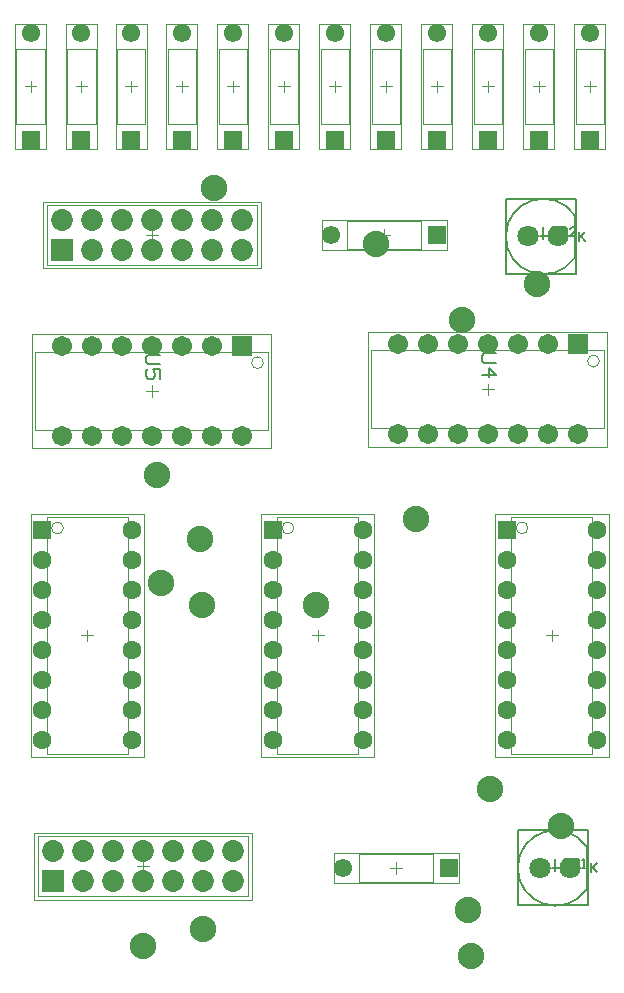
<source format=gts>
G04*
G04 #@! TF.GenerationSoftware,Altium Limited,Altium Designer,22.9.1 (49)*
G04*
G04 Layer_Color=8388736*
%FSLAX44Y44*%
%MOMM*%
G71*
G04*
G04 #@! TF.SameCoordinates,78882AB9-2C9C-495A-B56B-01B9E16356B5*
G04*
G04*
G04 #@! TF.FilePolarity,Negative*
G04*
G01*
G75*
%ADD12C,0.2000*%
%ADD14C,0.1524*%
%ADD15C,0.1500*%
%ADD16C,0.1000*%
%ADD17C,0.0500*%
%ADD18R,1.5532X1.5532*%
%ADD19C,1.5532*%
%ADD20C,1.6032*%
%ADD21R,1.6032X1.6032*%
%ADD22C,1.7032*%
%ADD23R,1.7032X1.7032*%
%ADD24C,1.8032*%
%ADD25R,1.5532X1.5532*%
%ADD26C,1.8532*%
%ADD27R,1.8532X1.8532*%
%ADD28C,2.2352*%
D12*
X720090Y518160D02*
X779780D01*
Y454660D02*
Y518160D01*
X720090Y454660D02*
X779780D01*
X720090D02*
Y518160D01*
X709930Y1052830D02*
X769620D01*
Y989330D02*
Y1052830D01*
X709930Y989330D02*
X769620D01*
X709930D02*
Y1052830D01*
X778510Y504190D02*
G03*
X778005Y467950I-26526J-17754D01*
G01*
X768350Y1038860D02*
G03*
X767845Y1002620I-26526J-17754D01*
G01*
X778510Y468630D02*
Y504190D01*
X749300Y486410D02*
X754380D01*
X751840Y483870D02*
Y488950D01*
X768350Y1003300D02*
Y1038860D01*
X739140Y1021080D02*
X744220D01*
X741680Y1018540D02*
Y1023620D01*
D14*
X751840Y494027D02*
Y486410D01*
X756918D01*
X764536Y494027D02*
X759457D01*
Y486410D01*
X764536D01*
X759457Y490219D02*
X761997D01*
X767075Y494027D02*
Y486410D01*
X770884D01*
X772153Y487680D01*
Y492758D01*
X770884Y494027D01*
X767075D01*
X774693Y486410D02*
X777232D01*
X775962D01*
Y494027D01*
X774693Y492758D01*
X782320Y490218D02*
Y482600D01*
Y485139D01*
X787398Y490218D01*
X783590Y486409D01*
X787398Y482600D01*
X741680Y1028698D02*
Y1021080D01*
X746758D01*
X754376Y1028698D02*
X749297D01*
Y1021080D01*
X754376D01*
X749297Y1024889D02*
X751837D01*
X756915Y1028698D02*
Y1021080D01*
X760724D01*
X761993Y1022350D01*
Y1027428D01*
X760724Y1028698D01*
X756915D01*
X769611Y1021080D02*
X764533D01*
X769611Y1026158D01*
Y1027428D01*
X768341Y1028698D01*
X765802D01*
X764533Y1027428D01*
X772160Y1024887D02*
Y1017270D01*
Y1019809D01*
X777238Y1024887D01*
X773430Y1021079D01*
X777238Y1017270D01*
D15*
X701606Y922020D02*
X691609D01*
X689610Y920021D01*
Y916022D01*
X691609Y914023D01*
X701606D01*
X689610Y904026D02*
X701606D01*
X695608Y910024D01*
Y902027D01*
X417126Y920750D02*
X407129D01*
X405130Y918751D01*
Y914752D01*
X407129Y912753D01*
X417126D01*
Y900757D02*
Y908754D01*
X411128D01*
X413127Y904755D01*
Y902756D01*
X411128Y900757D01*
X407129D01*
X405130Y902756D01*
Y906755D01*
X407129Y908754D01*
D16*
X335350Y774260D02*
G03*
X335350Y774260I-5000J0D01*
G01*
X789190Y915540D02*
G03*
X789190Y915540I-5000J0D01*
G01*
X530473Y774260D02*
G03*
X530473Y774260I-5000J0D01*
G01*
X728710D02*
G03*
X728710Y774260I-5000J0D01*
G01*
X504710Y914270D02*
G03*
X504710Y914270I-5000J0D01*
G01*
X769050Y1116580D02*
X793050D01*
X769050D02*
Y1179580D01*
X793050Y1116580D02*
Y1179580D01*
X769050D02*
X793050D01*
X725870Y1116580D02*
X749870D01*
X725870D02*
Y1179580D01*
X749870Y1116580D02*
Y1179580D01*
X725870D02*
X749870D01*
X682690Y1116580D02*
X706690D01*
X682690D02*
Y1179580D01*
X706690Y1116580D02*
Y1179580D01*
X682690D02*
X706690D01*
X639510Y1116580D02*
X663510D01*
X639510D02*
Y1179580D01*
X663510Y1116580D02*
Y1179580D01*
X639510D02*
X663510D01*
X596330Y1116580D02*
X620330D01*
X596330D02*
Y1179580D01*
X620330Y1116580D02*
Y1179580D01*
X596330D02*
X620330D01*
X553150Y1116580D02*
X577150D01*
X553150D02*
Y1179580D01*
X577150Y1116580D02*
Y1179580D01*
X553150D02*
X577150D01*
X509970Y1116580D02*
X533970D01*
X509970D02*
Y1179580D01*
X533970Y1116580D02*
Y1179580D01*
X509970D02*
X533970D01*
X466790Y1116580D02*
X490790D01*
X466790D02*
Y1179580D01*
X490790Y1116580D02*
Y1179580D01*
X466790D02*
X490790D01*
X423610Y1116580D02*
X447610D01*
X423610D02*
Y1179580D01*
X447610Y1116580D02*
Y1179580D01*
X423610D02*
X447610D01*
X380834Y1116580D02*
X404834D01*
X380834D02*
Y1179580D01*
X404834Y1116580D02*
Y1179580D01*
X380834D02*
X404834D01*
X338708Y1116580D02*
X362708D01*
X338708D02*
Y1179580D01*
X362708Y1116580D02*
Y1179580D01*
X338708D02*
X362708D01*
X295545Y1116580D02*
X319545D01*
X295545D02*
Y1179580D01*
X319545Y1116580D02*
Y1179580D01*
X295545D02*
X319545D01*
X321350Y583260D02*
X389850D01*
X321350Y783260D02*
X389850D01*
Y583260D02*
Y783260D01*
X321350Y583260D02*
Y783260D01*
X596190Y858540D02*
Y924540D01*
X793190Y858540D02*
Y924540D01*
X596190Y858540D02*
X793190D01*
X596190Y924540D02*
X793190D01*
X648720Y474410D02*
Y498410D01*
X585720Y474410D02*
X648720D01*
X585720Y498410D02*
X648720D01*
X585720Y474410D02*
Y498410D01*
X638560Y1010350D02*
Y1034350D01*
X575560Y1010350D02*
X638560D01*
X575560Y1034350D02*
X638560D01*
X575560Y1010350D02*
Y1034350D01*
X516473Y583260D02*
X584973D01*
X516473Y783260D02*
X584973D01*
Y583260D02*
Y783260D01*
X516473Y583260D02*
Y783260D01*
X321310Y1047750D02*
X499110D01*
Y996950D02*
Y1047750D01*
X321310Y996950D02*
X499110D01*
X321310D02*
Y1047750D01*
X714710Y583260D02*
X783210D01*
X714710Y783260D02*
X783210D01*
Y583260D02*
Y783260D01*
X714710Y583260D02*
Y783260D01*
X311710Y857270D02*
Y923270D01*
X508710Y857270D02*
Y923270D01*
X311710Y857270D02*
X508710D01*
X311710Y923270D02*
X508710D01*
X313690Y513080D02*
X491490D01*
Y462280D02*
Y513080D01*
X313690Y462280D02*
X491490D01*
X313690D02*
Y513080D01*
X776050Y1148080D02*
X786050D01*
X781050Y1143080D02*
Y1153080D01*
X732870Y1148080D02*
X742870D01*
X737870Y1143080D02*
Y1153080D01*
X689690Y1148080D02*
X699690D01*
X694690Y1143080D02*
Y1153080D01*
X646510Y1148080D02*
X656510D01*
X651510Y1143080D02*
Y1153080D01*
X603330Y1148080D02*
X613330D01*
X608330Y1143080D02*
Y1153080D01*
X560150Y1148080D02*
X570150D01*
X565150Y1143080D02*
Y1153080D01*
X516970Y1148080D02*
X526970D01*
X521970Y1143080D02*
Y1153080D01*
X473790Y1148080D02*
X483790D01*
X478790Y1143080D02*
Y1153080D01*
X430610Y1148080D02*
X440610D01*
X435610Y1143080D02*
Y1153080D01*
X387835Y1148080D02*
X397835D01*
X392834Y1143080D02*
Y1153080D01*
X345708Y1148080D02*
X355708D01*
X350708Y1143080D02*
Y1153080D01*
X302546Y1148080D02*
X312546D01*
X307545Y1143080D02*
Y1153080D01*
X355600Y678260D02*
Y688260D01*
X350600Y683260D02*
X360600D01*
X689690Y891540D02*
X699690D01*
X694690Y886540D02*
Y896540D01*
X617220Y481410D02*
Y491410D01*
X612220Y486410D02*
X622220D01*
X607060Y1017350D02*
Y1027350D01*
X602060Y1022350D02*
X612060D01*
X550723Y678260D02*
Y688260D01*
X545723Y683260D02*
X555723D01*
X748960Y678260D02*
Y688260D01*
X743960Y683260D02*
X753960D01*
X405210Y890270D02*
X415210D01*
X410210Y885270D02*
Y895270D01*
D17*
X768050Y1200830D02*
X794050D01*
X768050Y1095330D02*
Y1200830D01*
X794050Y1095330D02*
Y1200830D01*
X768050Y1095330D02*
X794050D01*
X724870Y1200830D02*
X750870D01*
X724870Y1095330D02*
Y1200830D01*
X750870Y1095330D02*
Y1200830D01*
X724870Y1095330D02*
X750870D01*
X681690Y1200830D02*
X707690D01*
X681690Y1095330D02*
Y1200830D01*
X707690Y1095330D02*
Y1200830D01*
X681690Y1095330D02*
X707690D01*
X638510Y1200830D02*
X664510D01*
X638510Y1095330D02*
Y1200830D01*
X664510Y1095330D02*
Y1200830D01*
X638510Y1095330D02*
X664510D01*
X595330Y1200830D02*
X621330D01*
X595330Y1095330D02*
Y1200830D01*
X621330Y1095330D02*
Y1200830D01*
X595330Y1095330D02*
X621330D01*
X552150Y1200830D02*
X578150D01*
X552150Y1095330D02*
Y1200830D01*
X578150Y1095330D02*
Y1200830D01*
X552150Y1095330D02*
X578150D01*
X508970Y1200830D02*
X534970D01*
X508970Y1095330D02*
Y1200830D01*
X534970Y1095330D02*
Y1200830D01*
X508970Y1095330D02*
X534970D01*
X465790Y1200830D02*
X491790D01*
X465790Y1095330D02*
Y1200830D01*
X491790Y1095330D02*
Y1200830D01*
X465790Y1095330D02*
X491790D01*
X422610Y1200830D02*
X448610D01*
X422610Y1095330D02*
Y1200830D01*
X448610Y1095330D02*
Y1200830D01*
X422610Y1095330D02*
X448610D01*
X379835Y1200830D02*
X405835D01*
X379835Y1095330D02*
Y1200830D01*
X405835Y1095330D02*
Y1200830D01*
X379835Y1095330D02*
X405835D01*
X337708Y1200830D02*
X363708D01*
X337708Y1095330D02*
Y1200830D01*
X363708Y1095330D02*
Y1200830D01*
X337708Y1095330D02*
X363708D01*
X294545Y1200830D02*
X320546D01*
X294545Y1095330D02*
Y1200830D01*
X320546Y1095330D02*
Y1200830D01*
X294545Y1095330D02*
X320546D01*
X307600Y580760D02*
X403600D01*
X307600Y785760D02*
X403600D01*
Y580760D02*
Y785760D01*
X307600Y580760D02*
Y785760D01*
X593690Y843040D02*
Y940040D01*
X795690Y843040D02*
Y940040D01*
X593690Y843040D02*
X795690D01*
X593690Y940040D02*
X795690D01*
X564470Y473410D02*
Y499410D01*
Y473410D02*
X669970D01*
X564470Y499410D02*
X669970D01*
Y473410D02*
Y499410D01*
X554310Y1009350D02*
Y1035350D01*
Y1009350D02*
X659810D01*
X554310Y1035350D02*
X659810D01*
Y1009350D02*
Y1035350D01*
X502723Y580760D02*
X598723D01*
X502723Y785760D02*
X598723D01*
Y580760D02*
Y785760D01*
X502723Y580760D02*
Y785760D01*
X317810Y994200D02*
Y1050500D01*
Y994200D02*
X502610D01*
Y1050500D01*
X317810D02*
X502610D01*
X410210Y1017350D02*
Y1027350D01*
X405210Y1022350D02*
X415210D01*
X700960Y580760D02*
X796960D01*
X700960Y785760D02*
X796960D01*
Y580760D02*
Y785760D01*
X700960Y580760D02*
Y785760D01*
X309210Y841770D02*
Y938770D01*
X511210Y841770D02*
Y938770D01*
X309210Y841770D02*
X511210D01*
X309210Y938770D02*
X511210D01*
X310190Y459530D02*
Y515830D01*
Y459530D02*
X494990D01*
Y515830D01*
X310190D02*
X494990D01*
X402590Y482680D02*
Y492680D01*
X397590Y487680D02*
X407590D01*
D18*
X781050Y1103080D02*
D03*
X737870D02*
D03*
X694690D02*
D03*
X651510D02*
D03*
X608330D02*
D03*
X565150D02*
D03*
X521970D02*
D03*
X478790D02*
D03*
X435610D02*
D03*
X392834D02*
D03*
X350708D02*
D03*
X307545D02*
D03*
D19*
X781050Y1193080D02*
D03*
X737870D02*
D03*
X694690D02*
D03*
X651510D02*
D03*
X608330D02*
D03*
X565150D02*
D03*
X521970D02*
D03*
X478790D02*
D03*
X435610D02*
D03*
X392834D02*
D03*
X350708D02*
D03*
X307545D02*
D03*
X572220Y486410D02*
D03*
X562060Y1022350D02*
D03*
D20*
X393700Y594360D02*
D03*
Y619760D02*
D03*
Y645160D02*
D03*
Y670560D02*
D03*
Y695960D02*
D03*
Y721360D02*
D03*
Y746760D02*
D03*
Y772160D02*
D03*
X317500Y594360D02*
D03*
Y619760D02*
D03*
Y645160D02*
D03*
Y670560D02*
D03*
Y695960D02*
D03*
Y721360D02*
D03*
Y746760D02*
D03*
X588823Y594360D02*
D03*
Y619760D02*
D03*
Y645160D02*
D03*
Y670560D02*
D03*
Y695960D02*
D03*
Y721360D02*
D03*
Y746760D02*
D03*
Y772160D02*
D03*
X512623Y594360D02*
D03*
Y619760D02*
D03*
Y645160D02*
D03*
Y670560D02*
D03*
Y695960D02*
D03*
Y721360D02*
D03*
Y746760D02*
D03*
X787060Y594360D02*
D03*
Y619760D02*
D03*
Y645160D02*
D03*
Y670560D02*
D03*
Y695960D02*
D03*
Y721360D02*
D03*
Y746760D02*
D03*
Y772160D02*
D03*
X710860Y594360D02*
D03*
Y619760D02*
D03*
Y645160D02*
D03*
Y670560D02*
D03*
Y695960D02*
D03*
Y721360D02*
D03*
Y746760D02*
D03*
D21*
X317500Y772160D02*
D03*
X512623D02*
D03*
X710860D02*
D03*
D22*
X618490Y853440D02*
D03*
X643890D02*
D03*
X669290D02*
D03*
X694690D02*
D03*
X720090D02*
D03*
X745490D02*
D03*
X770890D02*
D03*
X618490Y929640D02*
D03*
X643890D02*
D03*
X669290D02*
D03*
X694690D02*
D03*
X720090D02*
D03*
X745490D02*
D03*
X334010Y852170D02*
D03*
X359410D02*
D03*
X384810D02*
D03*
X410210D02*
D03*
X435610D02*
D03*
X461010D02*
D03*
X486410D02*
D03*
X334010Y928370D02*
D03*
X359410D02*
D03*
X384810D02*
D03*
X410210D02*
D03*
X435610D02*
D03*
X461010D02*
D03*
D23*
X770890Y929640D02*
D03*
X486410Y928370D02*
D03*
D24*
X764540Y486410D02*
D03*
X739140D02*
D03*
X754380Y1021080D02*
D03*
X728980D02*
D03*
D25*
X662220Y486410D02*
D03*
X652060Y1022350D02*
D03*
D26*
X410210Y1035050D02*
D03*
Y1009650D02*
D03*
X384810Y1035050D02*
D03*
Y1009650D02*
D03*
X334010Y1035050D02*
D03*
X359410Y1009650D02*
D03*
Y1035050D02*
D03*
X435610Y1009650D02*
D03*
Y1035050D02*
D03*
X461010Y1009650D02*
D03*
X486410D02*
D03*
X461010Y1035050D02*
D03*
X486410D02*
D03*
X402590Y500380D02*
D03*
Y474980D02*
D03*
X377190Y500380D02*
D03*
Y474980D02*
D03*
X326390Y500380D02*
D03*
X351790Y474980D02*
D03*
Y500380D02*
D03*
X427990Y474980D02*
D03*
Y500380D02*
D03*
X453390Y474980D02*
D03*
X478790D02*
D03*
X453390Y500380D02*
D03*
X478790D02*
D03*
D27*
X334010Y1009650D02*
D03*
X326390Y474980D02*
D03*
D28*
X600202Y1014476D02*
D03*
X452374Y708660D02*
D03*
X736600Y980440D02*
D03*
X549148Y708660D02*
D03*
X417957Y728092D02*
D03*
X677672Y450850D02*
D03*
X696722Y553212D02*
D03*
X453390Y434340D02*
D03*
X680466Y411734D02*
D03*
X756666Y521970D02*
D03*
X633730Y781558D02*
D03*
X450850Y765048D02*
D03*
X415036Y819404D02*
D03*
X673100Y949960D02*
D03*
X463042Y1062482D02*
D03*
X402590Y420624D02*
D03*
M02*

</source>
